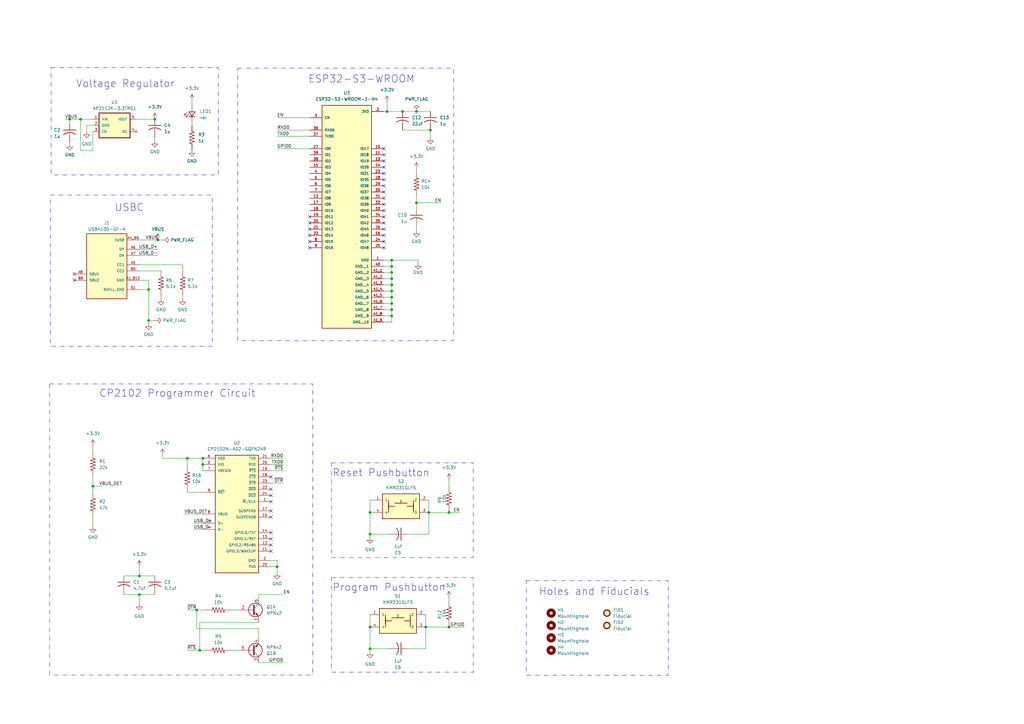
<source format=kicad_sch>
(kicad_sch (version 20230121) (generator eeschema)
  (paper "A3")
  (lib_symbols
    (symbol "#EESD:C"
      (property "Reference" "C" (at -1.27 1.27 0))
      (property "Value" "val" (at -2.54 -2.54 0))
      (symbol "C_1_0"
        (arc (start 0 -1.0161) (mid -1.302 -1.2303) (end -2.4668 -1.8504) (stroke (width 0.254)))
        (polyline (pts (xy -2.54 0) (xy 2.54 0)) (stroke (width 0.254)))
        (polyline (pts (xy 0 -1.016) (xy 0 -2.54)) (stroke (width 0.1524)))
        (arc (start 2.4892 -1.8541) (mid 1.3158 -1.2194) (end 0 -1) (stroke (width 0.254)))
        (pin passive line (at 0 2.54 270) (length 2.54) (name "1") (number "1"))
        (pin passive line (at 0 -5.08 90) (length 2.54) (name "2") (number "2"))
      )
    )
    (symbol "#EESD:CP2102N-A02-GQFN24R" (pin_names (offset 1.016))
      (property "Reference" "U" (at -0.635 23.8506 0))
      (property "Value" "CP2102N-A02-GQFN24R" (at -17.78 -27.94 0))
      (symbol "CP2102N-A02-GQFN24R_0_0"
        (pin bidirectional line (at 22.86 3.81 180) (length 5.08) (name "~{RI}/CLK") (number "1"))
        (pin bidirectional line (at 22.86 -16.51 180) (length 5.08) (name "GPIO.3/WAKEUP") (number "11"))
        (pin bidirectional line (at 22.86 -13.97 180) (length 5.08) (name "GPIO.2/RS485") (number "12"))
        (pin bidirectional line (at 22.86 -11.43 180) (length 5.08) (name "GPIO.1/RXT") (number "13"))
        (pin bidirectional line (at 22.86 -8.89 180) (length 5.08) (name "GPIO.0/TXT") (number "14"))
        (pin output line (at 22.86 -2.54 180) (length 5.08) (name "SUSPENDB") (number "15"))
        (pin output line (at 22.86 0 180) (length 5.08) (name "SUSPEND") (number "17"))
        (pin input line (at 22.86 13.97 180) (length 5.08) (name "~{CTS}") (number "18"))
        (pin output line (at 22.86 16.51 180) (length 5.08) (name "~{RTS}") (number "19"))
        (pin power_in line (at 22.86 -20.32 180) (length 5.08) (name "GND") (number "2"))
        (pin input line (at 22.86 19.05 180) (length 5.08) (name "RXD") (number "20"))
        (pin output line (at 22.86 21.59 180) (length 5.08) (name "TXD") (number "21"))
        (pin input line (at 22.86 8.89 180) (length 5.08) (name "~{DSR}") (number "22"))
        (pin output line (at 22.86 11.43 180) (length 5.08) (name "~{DTR}") (number "23"))
        (pin input line (at 22.86 6.35 180) (length 5.08) (name "~{DCD}") (number "24"))
        (pin bidirectional line (at -5.08 -5.08 0) (length 5.08) (name "D+") (number "3"))
        (pin bidirectional line (at -5.08 -7.62 0) (length 5.08) (name "D-") (number "4"))
        (pin power_in line (at -5.08 19.05 0) (length 5.08) (name "VIO") (number "5"))
        (pin power_in line (at -5.08 21.59 0) (length 5.08) (name "VDD") (number "6"))
        (pin input line (at -5.08 16.51 0) (length 5.08) (name "VREGIN") (number "7"))
        (pin input line (at -5.08 -1.27 0) (length 5.08) (name "VBUS") (number "8"))
        (pin bidirectional line (at -5.08 7.62 0) (length 5.08) (name "~{RST}") (number "9"))
      )
      (symbol "CP2102N-A02-GQFN24R_1_0"
        (rectangle (start 0 22.86) (end 17.78 -25.4) (stroke (width 0.254)) (fill (type background)))
      )
      (symbol "CP2102N-A02-GQFN24R_1_1"
        (pin passive line (at 22.86 -22.86 180) (length 5.08) (name "PAD") (number "25"))
      )
    )
    (symbol "#EESD:MBT3904" (pin_names hide)
      (property "Reference" "Q" (at -2.54 5.08 0))
      (property "Value" "NPNx2" (at -5.08 -2.54 0))
      (symbol "MBT3904_0_1"
        (polyline (pts (xy -0.635 0) (xy -3.81 0)))
        (polyline (pts (xy -0.635 0.635) (xy 1.27 2.54)))
        (polyline (pts (xy -0.635 -0.635) (xy 1.27 -2.54) (xy 1.27 -2.54)))
        (polyline (pts (xy -0.635 1.905) (xy -0.635 -1.905) (xy -0.635 -1.905)) (stroke (width 0.508)))
        (polyline (pts (xy 0 -1.778) (xy 0.508 -1.27) (xy 1.016 -2.286) (xy 0 -1.778) (xy 0 -1.778)) (fill (type outline)))
        (circle (center 0 0) (radius 2.8194) (stroke (width 0.254)))
      )
      (symbol "MBT3904_1_1"
        (pin passive line (at 1.27 -5.08 90) (length 2.54) (name "E1") (number "1"))
        (pin input line (at -6.35 0 0) (length 2.54) (name "B1") (number "2"))
        (pin passive line (at 1.27 5.08 270) (length 2.54) (name "C1") (number "6"))
      )
      (symbol "MBT3904_2_1"
        (pin passive line (at 1.27 5.08 270) (length 2.54) (name "C2") (number "3"))
        (pin passive line (at 1.27 -5.08 90) (length 2.54) (name "E2") (number "4"))
        (pin passive line (at -6.35 0 0) (length 2.54) (name "B2") (number "5"))
      )
    )
    (symbol "#EESD:R"
      (property "Reference" "R" (at -1.27 2.54 0))
      (property "Value" "val" (at -1.27 -2.54 0))
      (symbol "R_1_0"
        (polyline (pts (xy -2.54 0) (xy -2.159 1.016)) (stroke (width 0.2032)))
        (polyline (pts (xy -2.159 1.016) (xy -1.524 -1.016)) (stroke (width 0.2032)))
        (polyline (pts (xy -1.524 -1.016) (xy -0.889 1.016)) (stroke (width 0.2032)))
        (polyline (pts (xy -0.889 1.016) (xy -0.254 -1.016)) (stroke (width 0.2032)))
        (polyline (pts (xy -0.254 -1.016) (xy 0.381 1.016)) (stroke (width 0.2032)))
        (polyline (pts (xy 0.381 1.016) (xy 1.016 -1.016)) (stroke (width 0.2032)))
        (polyline (pts (xy 1.016 -1.016) (xy 1.651 1.016)) (stroke (width 0.2032)))
        (polyline (pts (xy 1.651 1.016) (xy 2.286 -1.016)) (stroke (width 0.2032)))
        (polyline (pts (xy 2.286 -1.016) (xy 2.54 0)) (stroke (width 0.2032)))
        (pin passive line (at -5.08 0 0) (length 2.54) (name "1") (number "1"))
        (pin passive line (at 5.08 0 180) (length 2.54) (name "2") (number "2"))
      )
    )
    (symbol "EESD:USB4105-GF-A" (pin_names (offset 1.016))
      (property "Reference" "J" (at -21.59 12.7 0))
      (property "Value" "USB4105-GF-A" (at -21.59 -29.21 0))
      (symbol "USB4105-GF-A_0_0"
        (rectangle (start -7.62 11.43) (end 8.89 -15.24) (stroke (width 0.254)) (fill (type background)))
        (pin bidirectional line (at 13.97 -1.27 180) (length 5.08) (name "CC1") (number "A5"))
        (pin bidirectional line (at -12.7 -5.08 0) (length 5.08) (name "SBU1") (number "A8"))
        (pin bidirectional line (at 13.97 -3.81 180) (length 5.08) (name "CC2") (number "B5"))
        (pin bidirectional line (at -12.7 -7.62 0) (length 5.08) (name "SBU2") (number "B8"))
        (pin power_in line (at 13.97 -11.43 180) (length 5.08) (name "SHELL_GND") (number "S1"))
      )
      (symbol "USB4105-GF-A_1_0"
        (pin power_in line (at 13.97 -7.62 180) (length 5.08) (name "GND") (number "A1_B12"))
        (pin power_in line (at 13.97 8.89 180) (length 5.08) (name "VUSB") (number "A4_B9"))
        (pin bidirectional line (at 13.97 5.08 180) (length 5.08) (name "DP") (number "A6"))
        (pin bidirectional line (at 13.97 2.54 180) (length 5.08) (name "DN") (number "A7"))
        (pin power_in line (at 13.97 -7.62 180) (length 5.08) hide (name "GND") (number "B1_A12"))
        (pin power_in line (at 13.97 8.89 180) (length 5.08) hide (name "VUSB") (number "B4_A9"))
        (pin bidirectional line (at 13.97 5.08 180) (length 5.08) hide (name "DP") (number "B6"))
        (pin bidirectional line (at 13.97 2.54 180) (length 5.08) hide (name "DN") (number "B7"))
        (pin power_in line (at 13.97 -11.43 180) (length 5.08) hide (name "SHELL_GND") (number "S2"))
        (pin power_in line (at 13.97 -11.43 180) (length 5.08) hide (name "SHELL_GND") (number "S3"))
        (pin power_in line (at 13.97 -11.43 180) (length 5.08) hide (name "SHELL_GND") (number "S4"))
      )
    )
    (symbol "EESDLib:AP2112K-3.3TRG1" (pin_names (offset 1.016))
      (property "Reference" "U" (at -6.35 5.08 0))
      (property "Value" "AP2112K-3.3TRG1" (at -7.62 -7.62 0))
      (symbol "AP2112K-3.3TRG1_0_0"
        (rectangle (start -6.35 5.08) (end 6.35 -5.08) (stroke (width 0.4064)) (fill (type background)))
      )
      (symbol "AP2112K-3.3TRG1_1_0"
        (pin power_in line (at -8.89 2.54 0) (length 2.54) (name "VIN") (number "1"))
        (pin power_in line (at -8.89 0 0) (length 2.54) (name "GND") (number "2"))
        (pin input line (at -8.89 -2.54 0) (length 2.54) (name "EN") (number "3"))
        (pin power_in line (at 8.89 2.54 180) (length 2.54) (name "VOUT") (number "5"))
      )
      (symbol "AP2112K-3.3TRG1_1_1"
        (pin no_connect line (at 8.89 -2.54 180) (length 2.54) (name "NC") (number "4"))
      )
    )
    (symbol "EESDLib:C"
      (property "Reference" "C" (at -1.27 1.27 0))
      (property "Value" "val" (at -2.54 -2.54 0))
      (symbol "C_1_0"
        (arc (start 0 -1.0161) (mid -1.302 -1.2303) (end -2.4668 -1.8504) (stroke (width 0.254)))
        (polyline (pts (xy -2.54 0) (xy 2.54 0)) (stroke (width 0.254)))
        (polyline (pts (xy 0 -1.016) (xy 0 -2.54)) (stroke (width 0.1524)))
        (arc (start 2.4892 -1.8541) (mid 1.3158 -1.2194) (end 0 -1) (stroke (width 0.254)))
        (pin passive line (at 0 2.54 270) (length 2.54) (name "1") (number "1"))
        (pin passive line (at 0 -5.08 90) (length 2.54) (name "2") (number "2"))
      )
    )
    (symbol "EESDLib:KMR231GLFS" (pin_names (offset 1.016))
      (property "Reference" "S" (at -7.62 5.08 0))
      (property "Value" "KMR231GLFS" (at -7.62 -7.62 0))
      (symbol "KMR231GLFS_0_0"
        (rectangle (start -7.62 -5.08) (end 7.62 5.08) (stroke (width 0.254)) (fill (type background)))
        (polyline (pts (xy -5.08 0) (xy -2.54 0)) (stroke (width 0.254)))
        (polyline (pts (xy -5.08 1.27) (xy -5.08 0)) (stroke (width 0.254)))
        (polyline (pts (xy -2.54 1.27) (xy 0 1.27)) (stroke (width 0.254)))
        (polyline (pts (xy 0 1.27) (xy 0 2.54)) (stroke (width 0.254)))
        (polyline (pts (xy 0 1.27) (xy 2.54 1.27)) (stroke (width 0.254)))
        (polyline (pts (xy 5.08 0) (xy 2.54 0)) (stroke (width 0.254)))
        (polyline (pts (xy 5.08 0) (xy 5.08 -1.27)) (stroke (width 0.254)))
        (polyline (pts (xy 5.08 1.27) (xy 5.08 0)) (stroke (width 0.254)))
      )
      (symbol "KMR231GLFS_1_0"
        (polyline (pts (xy -5.08 0) (xy -5.08 -1.27)) (stroke (width 0.254)))
        (pin bidirectional line (at -11.43 2.54 0) (length 3.81) (name "1") (number "1"))
        (pin bidirectional line (at 11.43 2.54 180) (length 3.81) (name "2") (number "2"))
        (pin bidirectional line (at 11.43 -2.54 180) (length 3.81) (name "3") (number "3"))
        (pin bidirectional line (at -11.43 -2.54 0) (length 3.81) (name "4") (number "4"))
      )
      (symbol "KMR231GLFS_1_1"
        (polyline (pts (xy -5.08 2.54) (xy -5.08 -2.54)) (stroke (width 0.254)))
        (polyline (pts (xy 5.08 2.54) (xy 5.08 -2.54)) (stroke (width 0.254)))
      )
    )
    (symbol "EESDLib:LED" (pin_numbers hide) (pin_names (offset 1.016) hide)
      (property "Reference" "LED" (at -3.81 -2.54 0))
      (property "Value" "val" (at -3.81 1.27 0))
      (symbol "LED_0_0"
        (polyline (pts (xy -0.254 -1.27) (xy -0.254 0)) (stroke (width 0.254)))
        (polyline (pts (xy -0.254 0) (xy 1.778 1.27)) (stroke (width 0.254)))
        (polyline (pts (xy 0.762 1.27) (xy -0.127 2.159)) (stroke (width 0.1524)))
        (polyline (pts (xy 1.524 2.032) (xy 0.635 2.921)) (stroke (width 0.1524)))
        (polyline (pts (xy 1.778 -1.27) (xy -0.254 0)) (stroke (width 0.254)))
        (polyline (pts (xy 1.778 -1.27) (xy 1.778 1.27)) (stroke (width 0.254)))
        (polyline (pts (xy 0.254 2.286) (xy -0.508 2.54) (xy -0.254 1.778) (xy 0.254 2.286)) (stroke (width 0.1524)) (fill (type background)))
        (polyline (pts (xy 1.016 3.048) (xy 0.254 3.302) (xy 0.508 2.54) (xy 1.016 3.048)) (stroke (width 0.1524)) (fill (type background)))
      )
      (symbol "LED_1_0"
        (polyline (pts (xy -0.254 0) (xy -0.254 1.27)) (stroke (width 0.254)))
        (pin passive line (at -2.54 0 0) (length 2.54) (name "C") (number "1"))
        (pin passive line (at 5.08 0 180) (length 5.08) (name "A") (number "2"))
      )
    )
    (symbol "EESDLib:R"
      (property "Reference" "R" (at -1.27 2.54 0))
      (property "Value" "val" (at -1.27 -2.54 0))
      (symbol "R_1_0"
        (polyline (pts (xy -2.54 0) (xy -2.159 1.016)) (stroke (width 0.2032)))
        (polyline (pts (xy -2.159 1.016) (xy -1.524 -1.016)) (stroke (width 0.2032)))
        (polyline (pts (xy -1.524 -1.016) (xy -0.889 1.016)) (stroke (width 0.2032)))
        (polyline (pts (xy -0.889 1.016) (xy -0.254 -1.016)) (stroke (width 0.2032)))
        (polyline (pts (xy -0.254 -1.016) (xy 0.381 1.016)) (stroke (width 0.2032)))
        (polyline (pts (xy 0.381 1.016) (xy 1.016 -1.016)) (stroke (width 0.2032)))
        (polyline (pts (xy 1.016 -1.016) (xy 1.651 1.016)) (stroke (width 0.2032)))
        (polyline (pts (xy 1.651 1.016) (xy 2.286 -1.016)) (stroke (width 0.2032)))
        (polyline (pts (xy 2.286 -1.016) (xy 2.54 0)) (stroke (width 0.2032)))
        (pin passive line (at -5.08 0 0) (length 2.54) (name "1") (number "1"))
        (pin passive line (at 5.08 0 180) (length 2.54) (name "2") (number "2"))
      )
    )
    (symbol "ESP32-S3-WROOM-1-N4:ESP32-S3-WROOM-1-N4" (pin_names (offset 1.016))
      (property "Reference" "U" (at -10.16 34.1122 0))
      (property "Value" "ESP32-S3-WROOM-1-N4" (at -10.16 -60.96 0))
      (symbol "ESP32-S3-WROOM-1-N4_0_0"
        (rectangle (start -10.16 -58.42) (end 10.16 33.02) (stroke (width 0.254)) (fill (type background)))
        (pin power_in line (at 15.24 -30.48 180) (length 5.08) (name "GND") (number "1"))
        (pin bidirectional line (at 15.24 15.24 180) (length 5.08) (name "IO17") (number "10"))
        (pin bidirectional line (at 15.24 12.7 180) (length 5.08) (name "IO18") (number "11"))
        (pin bidirectional line (at -15.24 -5.08 0) (length 5.08) (name "IO8") (number "12"))
        (pin bidirectional line (at 15.24 10.16 180) (length 5.08) (name "IO19") (number "13"))
        (pin bidirectional line (at 15.24 7.62 180) (length 5.08) (name "IO20") (number "14"))
        (pin bidirectional line (at -15.24 7.62 0) (length 5.08) (name "IO3") (number "15"))
        (pin bidirectional line (at 15.24 -20.32 180) (length 5.08) (name "IO46") (number "16"))
        (pin bidirectional line (at -15.24 -7.62 0) (length 5.08) (name "IO9") (number "17"))
        (pin bidirectional line (at -15.24 -10.16 0) (length 5.08) (name "IO10") (number "18"))
        (pin bidirectional line (at -15.24 -12.7 0) (length 5.08) (name "IO11") (number "19"))
        (pin power_in line (at 15.24 30.48 180) (length 5.08) (name "3V3") (number "2"))
        (pin bidirectional line (at -15.24 -15.24 0) (length 5.08) (name "IO12") (number "20"))
        (pin bidirectional line (at -15.24 -17.78 0) (length 5.08) (name "IO13") (number "21"))
        (pin bidirectional line (at -15.24 -20.32 0) (length 5.08) (name "IO14") (number "22"))
        (pin bidirectional line (at 15.24 5.08 180) (length 5.08) (name "IO21") (number "23"))
        (pin bidirectional line (at 15.24 -22.86 180) (length 5.08) (name "IO47") (number "24"))
        (pin bidirectional line (at 15.24 -25.4 180) (length 5.08) (name "IO48") (number "25"))
        (pin bidirectional line (at 15.24 -17.78 180) (length 5.08) (name "IO45") (number "26"))
        (pin bidirectional line (at -15.24 15.24 0) (length 5.08) (name "IO0") (number "27"))
        (pin bidirectional line (at 15.24 2.54 180) (length 5.08) (name "IO35") (number "28"))
        (pin bidirectional line (at 15.24 0 180) (length 5.08) (name "IO36") (number "29"))
        (pin input line (at -15.24 27.94 0) (length 5.08) (name "EN") (number "3"))
        (pin bidirectional line (at 15.24 -2.54 180) (length 5.08) (name "IO37") (number "30"))
        (pin bidirectional line (at 15.24 -5.08 180) (length 5.08) (name "IO38") (number "31"))
        (pin bidirectional line (at 15.24 -7.62 180) (length 5.08) (name "IO39") (number "32"))
        (pin bidirectional line (at 15.24 -10.16 180) (length 5.08) (name "IO40") (number "33"))
        (pin bidirectional line (at 15.24 -12.7 180) (length 5.08) (name "IO41") (number "34"))
        (pin bidirectional line (at 15.24 -15.24 180) (length 5.08) (name "IO42") (number "35"))
        (pin bidirectional line (at -15.24 22.86 0) (length 5.08) (name "RXD0") (number "36"))
        (pin bidirectional line (at -15.24 20.32 0) (length 5.08) (name "TXD0") (number "37"))
        (pin bidirectional line (at -15.24 10.16 0) (length 5.08) (name "IO2") (number "38"))
        (pin bidirectional line (at -15.24 12.7 0) (length 5.08) (name "IO1") (number "39"))
        (pin bidirectional line (at -15.24 5.08 0) (length 5.08) (name "IO4") (number "4"))
        (pin power_in line (at 15.24 -33.02 180) (length 5.08) (name "GND__1") (number "40"))
        (pin power_in line (at 15.24 -35.56 180) (length 5.08) (name "GND__2") (number "41_1"))
        (pin power_in line (at 15.24 -38.1 180) (length 5.08) (name "GND__3") (number "41_2"))
        (pin power_in line (at 15.24 -40.64 180) (length 5.08) (name "GND__4") (number "41_3"))
        (pin power_in line (at 15.24 -43.18 180) (length 5.08) (name "GND__5") (number "41_4"))
        (pin power_in line (at 15.24 -45.72 180) (length 5.08) (name "GND__6") (number "41_5"))
        (pin power_in line (at 15.24 -48.26 180) (length 5.08) (name "GND__7") (number "41_6"))
        (pin power_in line (at 15.24 -50.8 180) (length 5.08) (name "GND__8") (number "41_7"))
        (pin power_in line (at 15.24 -53.34 180) (length 5.08) (name "GND__9") (number "41_8"))
        (pin power_in line (at 15.24 -55.88 180) (length 5.08) (name "GND__10") (number "41_9"))
        (pin bidirectional line (at -15.24 2.54 0) (length 5.08) (name "IO5") (number "5"))
        (pin bidirectional line (at -15.24 0 0) (length 5.08) (name "IO6") (number "6"))
        (pin bidirectional line (at -15.24 -2.54 0) (length 5.08) (name "IO7") (number "7"))
        (pin bidirectional line (at -15.24 -22.86 0) (length 5.08) (name "IO15") (number "8"))
        (pin bidirectional line (at -15.24 -25.4 0) (length 5.08) (name "IO16") (number "9"))
      )
    )
    (symbol "Mechanical:Fiducial"
      (property "Reference" "FID" (at 0 5.08 0))
      (property "Value" "Fiducial" (at 0 3.175 0))
      (symbol "Fiducial_0_1"
        (circle (center 0 0) (radius 1.27) (stroke (width 0.508)) (fill (type background)))
      )
    )
    (symbol "Mechanical:MountingHole" (pin_names (offset 1.016))
      (property "Reference" "H" (at 0 5.08 0))
      (property "Value" "MountingHole" (at 0 3.175 0))
      (symbol "MountingHole_0_1"
        (circle (center 0 0) (radius 1.27) (stroke (width 1.27)))
      )
    )
    (symbol "power:+3.3V" (power) (pin_names (offset 0))
      (property "Value" "+3.3V" (at 0 3.556 0))
      (symbol "+3.3V_0_1"
        (polyline (pts (xy -0.762 1.27) (xy 0 2.54)))
        (polyline (pts (xy 0 0) (xy 0 2.54)))
        (polyline (pts (xy 0 2.54) (xy 0.762 1.27)))
      )
      (symbol "+3.3V_1_1"
        (pin power_in line (at 0 0 90) (length 0) hide (name "+3.3V") (number "1"))
      )
    )
    (symbol "power:GND" (power) (pin_names (offset 0))
      (property "Value" "GND" (at 0 -3.81 0))
      (symbol "GND_0_1"
        (polyline (pts (xy 0 0) (xy 0 -1.27) (xy 1.27 -1.27) (xy 0 -2.54) (xy -1.27 -1.27) (xy 0 -1.27)))
      )
      (symbol "GND_1_1"
        (pin power_in line (at 0 0 270) (length 0) hide (name "GND") (number "1"))
      )
    )
    (symbol "power:PWR_FLAG" (power) (pin_numbers hide) (pin_names (offset 0) hide)
      (property "Value" "PWR_FLAG" (at 0 3.81 0))
      (symbol "PWR_FLAG_0_0"
        (pin power_out line (at 0 0 90) (length 0) (name "pwr") (number "1"))
      )
      (symbol "PWR_FLAG_0_1"
        (polyline (pts (xy 0 0) (xy 0 1.27) (xy -1.016 1.905) (xy 0 2.54) (xy 1.016 1.905) (xy 0 1.27)))
      )
    )
    (symbol "power:VBUS" (power) (pin_names (offset 0))
      (property "Value" "VBUS" (at 0 3.81 0))
      (symbol "VBUS_0_1"
        (polyline (pts (xy -0.762 1.27) (xy 0 2.54)))
        (polyline (pts (xy 0 0) (xy 0 2.54)))
        (polyline (pts (xy 0 2.54) (xy 0.762 1.27)))
      )
      (symbol "VBUS_1_1"
        (pin power_in line (at 0 0 90) (length 0) hide (name "VBUS") (number "1"))
      )
    )
  )
  (junction (at 151.765 266.065))
  (junction (at 174.625 257.175))
  (junction (at 57.15 243.84))
  (junction (at 160.655 124.46))
  (junction (at 165.1 45.72))
  (junction (at 160.655 127))
  (junction (at 80.645 250.19))
  (junction (at 81.915 266.7))
  (junction (at 60.96 131.445))
  (junction (at 184.15 210.185))
  (junction (at 83.185 187.96))
  (junction (at 33.02 48.895))
  (junction (at 76.835 187.96))
  (junction (at 63.5 48.895))
  (junction (at 151.765 257.175))
  (junction (at 160.655 129.54))
  (junction (at 160.655 119.38))
  (junction (at 151.765 210.185))
  (junction (at 175.895 210.185))
  (junction (at 113.665 232.41))
  (junction (at 158.75 45.72))
  (junction (at 160.655 116.84))
  (junction (at 83.185 190.5))
  (junction (at 160.655 121.92))
  (junction (at 160.655 109.22))
  (junction (at 170.815 45.72))
  (junction (at 160.655 111.76))
  (junction (at 176.53 53.34))
  (junction (at 160.655 106.68))
  (junction (at 38.1 199.39))
  (junction (at 64.77 98.425))
  (junction (at 57.15 236.22))
  (junction (at 60.96 118.745))
  (junction (at 170.815 83.185))
  (junction (at 184.15 257.175))
  (junction (at 160.655 114.3))
  (junction (at 151.765 219.075))
  (junction (at 28.575 48.895))
  (no_connect (at 157.48 86.36))
  (no_connect (at 157.48 81.28))
  (no_connect (at 127 88.9))
  (no_connect (at 157.48 76.2))
  (no_connect (at 157.48 68.58))
  (no_connect (at 111.125 212.09))
  (no_connect (at 157.48 66.04))
  (no_connect (at 111.125 195.58))
  (no_connect (at 157.48 101.6))
  (no_connect (at 111.125 203.2))
  (no_connect (at 127 99.06))
  (no_connect (at 127 93.98))
  (no_connect (at 127 96.52))
  (no_connect (at 157.48 88.9))
  (no_connect (at 111.125 209.55))
  (no_connect (at 157.48 96.52))
  (no_connect (at 157.48 93.98))
  (no_connect (at 127 91.44))
  (no_connect (at 111.125 218.44))
  (no_connect (at 157.48 91.44))
  (no_connect (at 111.125 226.06))
  (no_connect (at 111.125 220.98))
  (no_connect (at 157.48 78.74))
  (no_connect (at 111.125 200.66))
  (no_connect (at 157.48 60.96))
  (no_connect (at 127 101.6))
  (no_connect (at 157.48 83.82))
  (no_connect (at 111.125 205.74))
  (no_connect (at 157.48 71.12))
  (no_connect (at 30.48 112.395))
  (no_connect (at 30.48 114.935))
  (no_connect (at 111.125 223.52))
  (no_connect (at 157.48 63.5))
  (no_connect (at 157.48 73.66))
  (no_connect (at 157.48 99.06))
  (wire (pts (xy 57.15 104.775) (xy 64.77 104.775)))
  (wire (pts (xy 174.625 252.095) (xy 174.625 257.175)))
  (wire (pts (xy 79.375 217.17) (xy 83.185 217.17)))
  (wire (pts (xy 28.575 48.895) (xy 33.02 48.895)))
  (wire (pts (xy 175.895 205.105) (xy 175.895 210.185)))
  (wire (pts (xy 113.665 60.96) (xy 127 60.96)))
  (wire (pts (xy 63.5 56.515) (xy 63.5 57.785)))
  (wire (pts (xy 78.74 50.165) (xy 78.74 51.435)))
  (wire (pts (xy 113.665 53.34) (xy 127 53.34)))
  (wire (pts (xy 60.96 131.445) (xy 60.96 132.715)))
  (wire (pts (xy 75.565 210.82) (xy 83.185 210.82)))
  (wire (pts (xy 81.915 255.27) (xy 81.915 266.7)))
  (wire (pts (xy 111.125 187.96) (xy 116.205 187.96)))
  (wire (pts (xy 66.675 98.425) (xy 64.77 98.425)))
  (wire (pts (xy 38.1 182.88) (xy 38.1 185.42)))
  (wire (pts (xy 76.835 201.295) (xy 76.835 201.93)))
  (wire (pts (xy 175.895 219.075) (xy 167.005 219.075)))
  (wire (pts (xy 157.48 106.68) (xy 160.655 106.68)))
  (wire (pts (xy 157.48 116.84) (xy 160.655 116.84)))
  (wire (pts (xy 80.645 257.81) (xy 106.045 257.81)))
  (wire (pts (xy 57.15 114.935) (xy 60.96 114.935)))
  (wire (pts (xy 66.675 187.96) (xy 76.835 187.96)))
  (wire (pts (xy 170.815 83.185) (xy 170.815 85.725)))
  (wire (pts (xy 160.655 111.76) (xy 160.655 114.3)))
  (wire (pts (xy 38.1 195.58) (xy 38.1 199.39)))
  (wire (pts (xy 57.15 102.235) (xy 64.77 102.235)))
  (wire (pts (xy 60.96 114.935) (xy 60.96 118.745)))
  (wire (pts (xy 160.655 109.22) (xy 160.655 111.76)))
  (wire (pts (xy 151.765 219.075) (xy 151.765 210.185)))
  (wire (pts (xy 184.15 245.11) (xy 184.15 246.38)))
  (wire (pts (xy 159.385 219.075) (xy 151.765 219.075)))
  (wire (pts (xy 158.75 45.72) (xy 165.1 45.72)))
  (wire (pts (xy 28.575 58.42) (xy 28.575 59.055)))
  (wire (pts (xy 157.48 127) (xy 160.655 127)))
  (wire (pts (xy 50.8 236.22) (xy 57.15 236.22)))
  (wire (pts (xy 160.655 124.46) (xy 160.655 127)))
  (wire (pts (xy 157.48 45.72) (xy 158.75 45.72)))
  (wire (pts (xy 160.655 119.38) (xy 160.655 121.92)))
  (wire (pts (xy 170.815 45.72) (xy 176.53 45.72)))
  (wire (pts (xy 113.665 232.41) (xy 113.665 234.95)))
  (wire (pts (xy 33.02 48.895) (xy 38.1 48.895)))
  (wire (pts (xy 176.53 56.515) (xy 176.53 53.34)))
  (wire (pts (xy 76.835 250.19) (xy 80.645 250.19)))
  (wire (pts (xy 74.93 108.585) (xy 74.93 111.125)))
  (wire (pts (xy 153.035 205.105) (xy 151.765 205.105)))
  (wire (pts (xy 57.15 243.84) (xy 57.15 247.65)))
  (wire (pts (xy 50.8 243.84) (xy 57.15 243.84)))
  (wire (pts (xy 57.15 236.22) (xy 63.5 236.22)))
  (wire (pts (xy 57.15 98.425) (xy 64.77 98.425)))
  (wire (pts (xy 151.765 252.095) (xy 151.765 257.175)))
  (wire (pts (xy 38.1 53.975) (xy 38.1 61.595)))
  (wire (pts (xy 76.835 187.96) (xy 83.185 187.96)))
  (wire (pts (xy 170.815 69.215) (xy 170.815 70.485)))
  (wire (pts (xy 28.575 50.8) (xy 28.575 48.895)))
  (wire (pts (xy 60.96 118.745) (xy 60.96 131.445)))
  (wire (pts (xy 165.1 53.34) (xy 176.53 53.34)))
  (wire (pts (xy 151.765 205.105) (xy 151.765 210.185)))
  (wire (pts (xy 94.615 250.19) (xy 98.425 250.19)))
  (wire (pts (xy 157.48 111.76) (xy 160.655 111.76)))
  (wire (pts (xy 80.645 250.19) (xy 80.645 257.81)))
  (wire (pts (xy 111.125 190.5) (xy 116.205 190.5)))
  (wire (pts (xy 76.835 187.96) (xy 76.835 191.135)))
  (wire (pts (xy 106.045 255.27) (xy 81.915 255.27)))
  (wire (pts (xy 157.48 124.46) (xy 160.655 124.46)))
  (wire (pts (xy 106.045 271.78) (xy 116.205 271.78)))
  (wire (pts (xy 35.56 51.435) (xy 35.56 53.975)))
  (wire (pts (xy 80.645 250.19) (xy 84.455 250.19)))
  (wire (pts (xy 171.45 107.95) (xy 171.45 106.68)))
  (wire (pts (xy 184.15 209.55) (xy 184.15 210.185)))
  (wire (pts (xy 160.655 106.68) (xy 160.655 109.22)))
  (wire (pts (xy 184.15 257.175) (xy 190.5 257.175)))
  (wire (pts (xy 175.895 210.185) (xy 184.15 210.185)))
  (wire (pts (xy 153.035 210.185) (xy 151.765 210.185)))
  (wire (pts (xy 111.125 229.87) (xy 113.665 229.87)))
  (wire (pts (xy 174.625 266.065) (xy 167.005 266.065)))
  (wire (pts (xy 184.15 257.175) (xy 184.15 256.54)))
  (wire (pts (xy 170.815 93.345) (xy 170.815 94.615)))
  (wire (pts (xy 38.1 51.435) (xy 35.56 51.435)))
  (wire (pts (xy 57.15 118.745) (xy 60.96 118.745)))
  (wire (pts (xy 174.625 257.175) (xy 184.15 257.175)))
  (wire (pts (xy 38.1 199.39) (xy 38.1 201.93)))
  (wire (pts (xy 94.615 266.7) (xy 98.425 266.7)))
  (wire (pts (xy 157.48 132.08) (xy 160.655 132.08)))
  (wire (pts (xy 170.815 80.645) (xy 170.815 83.185)))
  (wire (pts (xy 160.655 129.54) (xy 160.655 132.08)))
  (wire (pts (xy 66.675 186.69) (xy 66.675 187.96)))
  (wire (pts (xy 157.48 129.54) (xy 160.655 129.54)))
  (wire (pts (xy 81.915 266.7) (xy 84.455 266.7)))
  (wire (pts (xy 113.665 232.41) (xy 111.125 232.41)))
  (wire (pts (xy 106.045 243.84) (xy 116.205 243.84)))
  (wire (pts (xy 151.765 266.065) (xy 151.765 257.175)))
  (wire (pts (xy 158.75 45.72) (xy 158.75 41.91)))
  (wire (pts (xy 170.815 83.185) (xy 180.975 83.185)))
  (wire (pts (xy 83.185 190.5) (xy 83.185 193.04)))
  (wire (pts (xy 160.655 121.92) (xy 160.655 124.46)))
  (wire (pts (xy 106.045 257.81) (xy 106.045 261.62)))
  (wire (pts (xy 38.1 199.39) (xy 41.91 199.39)))
  (wire (pts (xy 111.125 193.04) (xy 116.205 193.04)))
  (wire (pts (xy 78.74 41.275) (xy 78.74 42.545)))
  (wire (pts (xy 57.15 111.125) (xy 66.04 111.125)))
  (wire (pts (xy 160.655 114.3) (xy 160.655 116.84)))
  (wire (pts (xy 57.15 232.41) (xy 57.15 236.22)))
  (wire (pts (xy 26.67 48.895) (xy 28.575 48.895)))
  (wire (pts (xy 76.835 266.7) (xy 81.915 266.7)))
  (wire (pts (xy 83.185 187.96) (xy 83.185 190.5)))
  (wire (pts (xy 151.765 219.075) (xy 151.765 220.345)))
  (wire (pts (xy 157.48 121.92) (xy 160.655 121.92)))
  (wire (pts (xy 57.15 108.585) (xy 74.93 108.585)))
  (wire (pts (xy 113.665 229.87) (xy 113.665 232.41)))
  (wire (pts (xy 157.48 109.22) (xy 160.655 109.22)))
  (wire (pts (xy 151.765 266.065) (xy 151.765 267.335)))
  (wire (pts (xy 57.15 243.84) (xy 63.5 243.84)))
  (wire (pts (xy 38.1 212.09) (xy 38.1 215.9)))
  (wire (pts (xy 160.655 116.84) (xy 160.655 119.38)))
  (wire (pts (xy 38.1 61.595) (xy 33.02 61.595)))
  (wire (pts (xy 157.48 114.3) (xy 160.655 114.3)))
  (wire (pts (xy 184.15 196.85) (xy 184.15 199.39)))
  (wire (pts (xy 113.665 48.26) (xy 127 48.26)))
  (wire (pts (xy 106.045 245.11) (xy 106.045 243.84)))
  (wire (pts (xy 111.125 198.12) (xy 116.205 198.12)))
  (wire (pts (xy 76.835 201.93) (xy 83.185 201.93)))
  (wire (pts (xy 174.625 257.175) (xy 174.625 266.065)))
  (wire (pts (xy 171.45 106.68) (xy 160.655 106.68)))
  (wire (pts (xy 74.93 121.285) (xy 74.93 122.555)))
  (wire (pts (xy 60.96 131.445) (xy 63.5 131.445)))
  (wire (pts (xy 159.385 266.065) (xy 151.765 266.065)))
  (wire (pts (xy 175.895 210.185) (xy 175.895 219.075)))
  (wire (pts (xy 66.04 121.285) (xy 66.04 122.555)))
  (wire (pts (xy 160.655 127) (xy 160.655 129.54)))
  (wire (pts (xy 33.02 61.595) (xy 33.02 48.895)))
  (wire (pts (xy 184.15 210.185) (xy 188.595 210.185)))
  (wire (pts (xy 157.48 119.38) (xy 160.655 119.38)))
  (wire (pts (xy 79.375 214.63) (xy 83.185 214.63)))
  (wire (pts (xy 55.88 48.895) (xy 63.5 48.895)))
  (wire (pts (xy 113.665 55.88) (xy 127 55.88)))
  (wire (pts (xy 165.1 45.72) (xy 170.815 45.72)))
  (rectangle (start 135.9662 189.865) (end 194.1322 228.6762) (stroke (width 0) (type dash_dot_dot)))
  (rectangle (start 135.9662 236.855) (end 194.1322 275.6662) (stroke (width 0) (type dash_dot_dot)))
  (rectangle (start 20.955 27.7114) (end 89.535 71.755) (stroke (width 0) (type dash_dot_dot)))
  (rectangle (start 97.536 27.94) (end 186.055 139.7) (stroke (width 0) (type dash_dot_dot)))
  (rectangle (start 20.32 157.48) (end 128.27 276.86) (stroke (width 0) (type dash_dot_dot)))
  (rectangle (start 20.6502 79.9846) (end 87.0458 142.0114) (stroke (width 0) (type dash_dot_dot)))
  (rectangle (start 215.9 238.125) (end 274.066 276.9362) (stroke (width 0) (type dash_dot_dot)))
  (text "Holes and Fiducials" (at 220.98 244.475 0) (effects (font (size 3 3)) (justify left bottom)))
  (text "Reset Pushbutton\n" (at 136.3218 195.8086 0) (effects (font (size 3 3)) (justify left bottom)))
  (text "Program Pushbutton\n" (at 136.3218 242.7986 0) (effects (font (size 3 3)) (justify left bottom)))
  (text "CP2102 Programmer Circuit" (at 40.64 163.195 0) (effects (font (size 3 3)) (justify left bottom)))
  (text "USBC" (at 46.99 86.995 0) (effects (font (size 3 3)) (justify left bottom)))
  (text "Voltage Regulator" (at 31.115 36.195 0) (effects (font (size 3 3)) (justify left bottom)))
  (text "ESP32-S3-WROOM" (at 126.365 34.29 0) (effects (font (size 3 3)) (justify left bottom)))
  (label "~{RTS}" (at 76.835 266.7 0))
  (label "VBUS" (at 26.67 48.895 0))
  (label "EN" (at 188.595 210.185 180))
  (label "USB_D-" (at 79.375 217.17 0))
  (label "EN" (at 116.205 243.84 0))
  (label "USB_D+" (at 64.77 102.235 180))
  (label "~{RTS}" (at 116.205 193.04 180))
  (label "GPIO0" (at 113.665 60.96 0))
  (label "~{DTR}" (at 116.205 198.12 180))
  (label "GPIO0" (at 116.205 271.78 180))
  (label "TXD0" (at 116.205 190.5 180))
  (label "RXD0" (at 113.665 53.34 0))
  (label "USB_D+" (at 79.375 214.63 0))
  (label "EN" (at 180.975 83.185 180))
  (label "TXD0" (at 113.665 55.88 0))
  (label "EN" (at 113.665 48.26 0))
  (label "VBUS_DET" (at 75.565 210.82 0))
  (label "VBUS_DET" (at 40.64 199.39 0))
  (label "RXD0" (at 116.205 187.96 180))
  (label "VBUS" (at 64.77 98.425 180))
  (label "USB_D-" (at 64.77 104.775 180))
  (label "GPIO0" (at 190.5 257.175 180))
  (label "~{DTR}" (at 76.835 250.19 0))
  (symbol (lib_id "Mechanical:MountingHole") (at 226.06 251.46 0) (unit 1)
    (property "Reference" "H1" (at 228.6 250.19 0) (effects (justify left)))
    (property "Value" "MountingHole" (at 228.6 252.73 0) (effects (justify left)))
    (property "Footprint" "EESD:mounting_hole" (effects hide))
  )
  (symbol (lib_id "#EESD:R") (at 76.835 196.215 90) (unit 1)
    (property "Reference" "R16" (at 78.74 194.945 90) (effects (justify right)))
    (property "Value" "10k" (at 78.74 197.485 90) (effects (justify right)))
    (property "Footprint" "EESD:R0603" (effects hide))
  )
  (symbol (lib_id "power:GND") (at 170.815 94.615 0) (unit 1)
    (property "Reference" "#PWR031" (effects hide))
    (property "Value" "GND" (at 170.815 99.06 0))
  )
  (symbol (lib_id "EESDLib:C") (at 28.575 53.34 0) (mirror y) (unit 1)
    (property "Reference" "C2" (at 24.765 53.3146 0) (effects (justify left)))
    (property "Value" "1u" (at 24.765 55.8546 0) (effects (justify left)))
    (property "Footprint" "EESDLib:C0603" (effects hide))
  )
  (symbol (lib_id "#EESD:C") (at 164.465 266.065 270) (mirror x) (unit 1)
    (property "Reference" "C6" (at 163.2204 273.685 90))
    (property "Value" "1uf" (at 163.2204 271.145 90))
    (property "Footprint" "EESD:C0603" (effects hide))
  )
  (symbol (lib_id "power:+3.3V") (at 170.815 69.215 0) (unit 1)
    (property "Reference" "#PWR018" (effects hide))
    (property "Value" "+3.3V" (at 170.815 64.135 0))
  )
  (symbol (lib_id "power:+3.3V") (at 158.75 41.91 0) (unit 1)
    (property "Reference" "#PWR019" (effects hide))
    (property "Value" "+3.3V" (at 158.75 36.83 0))
  )
  (symbol (lib_id "Mechanical:MountingHole") (at 226.06 266.7 0) (unit 1)
    (property "Reference" "H4" (at 228.6 265.43 0) (effects (justify left)))
    (property "Value" "MountingHole" (at 228.6 267.97 0) (effects (justify left)))
    (property "Footprint" "EESD:mounting_hole" (effects hide))
  )
  (symbol (lib_id "EESDLib:C") (at 170.815 88.265 0) (mirror y) (unit 1)
    (property "Reference" "C10" (at 167.005 88.2396 0) (effects (justify left)))
    (property "Value" "1u" (at 167.005 90.7796 0) (effects (justify left)))
    (property "Footprint" "EESD:C0603" (effects hide))
  )
  (symbol (lib_id "power:GND") (at 28.575 59.055 0) (unit 1)
    (property "Reference" "#PWR01" (effects hide))
    (property "Value" "GND" (at 28.575 63.5 0))
  )
  (symbol (lib_id "power:GND") (at 176.53 56.515 0) (unit 1)
    (property "Reference" "#PWR042" (effects hide))
    (property "Value" "GND" (at 176.53 60.96 0))
  )
  (symbol (lib_id "power:GND") (at 38.1 215.9 0) (unit 1)
    (property "Reference" "#PWR03" (effects hide))
    (property "Value" "GND" (at 38.1 220.345 0))
  )
  (symbol (lib_id "EESDLib:R") (at 184.15 204.47 270) (unit 1)
    (property "Reference" "R9" (at 180.34 205.105 0))
    (property "Value" "10k" (at 182.245 204.47 0))
    (property "Footprint" "EESD:R0603" (effects hide))
  )
  (symbol (lib_id "Mechanical:MountingHole") (at 226.06 261.62 0) (unit 1)
    (property "Reference" "H3" (at 228.6 260.35 0) (effects (justify left)))
    (property "Value" "MountingHole" (at 228.6 262.89 0) (effects (justify left)))
    (property "Footprint" "EESD:mounting_hole" (effects hide))
  )
  (symbol (lib_id "ESP32-S3-WROOM-1-N4:ESP32-S3-WROOM-1-N4") (at 142.24 76.2 0) (unit 1)
    (property "Reference" "U3" (at 142.24 38.1 0))
    (property "Value" "ESP32-S3-WROOM-1-N4" (at 142.24 40.64 0))
    (property "Footprint" "ESP32-S3-WROOM-1-N4:XCVR_ESP32-S3-WROOM-1-N4" (effects hide))
    (property "PARTREV" "v1.0" (effects hide))
    (property "MANUFACTURER" "Espressif" (effects hide))
    (property "MAXIMUM_PACKAGE_HEIGHT" "3.25mm" (effects hide))
    (property "STANDARD" "Manufacturer Recommendations" (effects hide))
  )
  (symbol (lib_id "EESDLib:R") (at 74.93 116.205 90) (unit 1)
    (property "Reference" "R7" (at 76.835 114.935 90) (effects (justify right)))
    (property "Value" "5.1k" (at 76.835 117.475 90) (effects (justify right)))
    (property "Footprint" "EESD:R0603" (effects hide))
  )
  (symbol (lib_id "power:GND") (at 66.04 122.555 0) (unit 1)
    (property "Reference" "#PWR012" (effects hide))
    (property "Value" "GND" (at 66.04 127 0))
  )
  (symbol (lib_id "#EESD:C") (at 50.8 238.76 0) (unit 1)
    (property "Reference" "C1" (at 54.61 238.7346 0) (effects (justify left)))
    (property "Value" "4.7uf" (at 54.61 241.2746 0) (effects (justify left)))
    (property "Footprint" "EESD:C0603" (effects hide))
  )
  (symbol (lib_id "power:+3.3V") (at 38.1 182.88 0) (unit 1)
    (property "Reference" "#PWR02" (effects hide))
    (property "Value" "+3.3V" (at 38.1 177.8 0))
  )
  (symbol (lib_id "#EESD:MBT3904") (at 104.775 250.19 0) (unit 1)
    (property "Reference" "Q1" (at 109.22 248.92 0) (effects (justify left)))
    (property "Value" "NPNx2" (at 109.22 251.46 0) (effects (justify left)))
    (property "Footprint" "EESD:SC70-6" (effects hide))
  )
  (symbol (lib_id "power:GND") (at 171.45 107.95 0) (unit 1)
    (property "Reference" "#PWR023" (effects hide))
    (property "Value" "GND" (at 171.45 111.76 0))
  )
  (symbol (lib_id "#EESD:C") (at 63.5 238.76 0) (unit 1)
    (property "Reference" "C3" (at 67.31 238.7346 0) (effects (justify left)))
    (property "Value" "0.1uf" (at 67.31 241.3 0) (effects (justify left)))
    (property "Footprint" "EESD:C0603" (effects hide))
  )
  (symbol (lib_id "power:GND") (at 57.15 247.65 0) (unit 1)
    (property "Reference" "#PWR05" (effects hide))
    (property "Value" "GND" (at 57.15 252.73 0))
  )
  (symbol (lib_id "#EESD:R") (at 89.535 250.19 0) (unit 1)
    (property "Reference" "R4" (at 89.535 244.475 0))
    (property "Value" "10k" (at 89.535 247.015 0))
    (property "Footprint" "EESD:R0603" (effects hide))
  )
  (symbol (lib_id "#EESD:C") (at 164.465 219.075 270) (mirror x) (unit 1)
    (property "Reference" "C5" (at 163.2204 226.695 90))
    (property "Value" "1uf" (at 163.2204 224.155 90))
    (property "Footprint" "EESD:C0603" (effects hide))
  )
  (symbol (lib_id "EESDLib:R") (at 170.815 75.565 90) (unit 1)
    (property "Reference" "R14" (at 172.72 74.295 90) (effects (justify right)))
    (property "Value" "10k" (at 172.72 76.835 90) (effects (justify right)))
    (property "Footprint" "EESD:R0603" (effects hide))
  )
  (symbol (lib_id "power:+3.3V") (at 63.5 48.895 0) (unit 1)
    (property "Reference" "#PWR08" (effects hide))
    (property "Value" "+3.3V" (at 63.5 43.815 0))
  )
  (symbol (lib_id "power:GND") (at 35.56 53.975 0) (unit 1)
    (property "Reference" "#PWR06" (effects hide))
    (property "Value" "GND" (at 35.56 59.055 0))
  )
  (symbol (lib_id "EESDLib:C") (at 176.53 48.26 0) (unit 1)
    (property "Reference" "C13" (at 180.34 48.2346 0) (effects (justify left)))
    (property "Value" "1u" (at 180.34 50.7746 0) (effects (justify left)))
    (property "Footprint" "EESD:C0603" (effects hide))
  )
  (symbol (lib_id "power:PWR_FLAG") (at 170.815 45.72 0) (unit 1)
    (property "Reference" "#FLG03" (effects hide))
    (property "Value" "PWR_FLAG" (at 170.815 40.64 0))
  )
  (symbol (lib_id "EESDLib:R") (at 78.74 56.515 90) (unit 1)
    (property "Reference" "R3" (at 81.28 55.245 90) (effects (justify right)))
    (property "Value" "1k" (at 81.28 57.785 90) (effects (justify right)))
    (property "Footprint" "EESDLib:R0603" (effects hide))
  )
  (symbol (lib_id "power:+3.3V") (at 184.15 196.85 0) (unit 1)
    (property "Reference" "#PWR020" (effects hide))
    (property "Value" "+3.3V" (at 184.15 191.77 0))
  )
  (symbol (lib_id "EESDLib:KMR231GLFS") (at 163.195 254.635 0) (unit 1)
    (property "Reference" "S1" (at 163.195 244.475 0))
    (property "Value" "KMR231GLFS" (at 163.195 247.015 0))
    (property "Footprint" "EESD:PB4X2" (effects hide))
  )
  (symbol (lib_id "power:+3.3V") (at 184.15 245.11 0) (unit 1)
    (property "Reference" "#PWR026" (effects hide))
    (property "Value" "+3.3V" (at 184.15 240.03 0))
  )
  (symbol (lib_id "power:GND") (at 78.74 61.595 0) (unit 1)
    (property "Reference" "#PWR015" (effects hide))
    (property "Value" "GND" (at 78.74 66.04 0))
  )
  (symbol (lib_id "EESDLib:C") (at 63.5 51.435 0) (unit 1)
    (property "Reference" "C4" (at 67.31 51.4096 0) (effects (justify left)))
    (property "Value" "1u" (at 67.31 53.9496 0) (effects (justify left)))
    (property "Footprint" "EESDLib:C0603" (effects hide))
  )
  (symbol (lib_id "#EESD:R") (at 89.535 266.7 0) (unit 1)
    (property "Reference" "R5" (at 89.535 260.985 0))
    (property "Value" "10k" (at 89.535 263.525 0))
    (property "Footprint" "EESD:R0603" (effects hide))
  )
  (symbol (lib_id "power:+3.3V") (at 66.675 186.69 0) (unit 1)
    (property "Reference" "#PWR07" (effects hide))
    (property "Value" "+3.3V" (at 66.675 181.61 0))
  )
  (symbol (lib_id "power:GND") (at 151.765 220.345 0) (unit 1)
    (property "Reference" "#PWR021" (effects hide))
    (property "Value" "GND" (at 151.765 225.425 0))
  )
  (symbol (lib_id "power:VBUS") (at 64.77 98.425 0) (unit 1)
    (property "Reference" "#PWR036" (effects hide))
    (property "Value" "VBUS" (at 64.77 93.98 0))
  )
  (symbol (lib_id "power:GND") (at 151.765 267.335 0) (unit 1)
    (property "Reference" "#PWR022" (effects hide))
    (property "Value" "GND" (at 151.765 272.415 0))
  )
  (symbol (lib_id "power:GND") (at 60.96 132.715 0) (unit 1)
    (property "Reference" "#PWR010" (effects hide))
    (property "Value" "GND" (at 60.96 137.16 0))
  )
  (symbol (lib_id "power:+3.3V") (at 57.15 232.41 0) (unit 1)
    (property "Reference" "#PWR04" (effects hide))
    (property "Value" "+3.3V" (at 57.15 227.33 0))
  )
  (symbol (lib_id "EESDLib:AP2112K-3.3TRG1") (at 46.99 51.435 0) (unit 1)
    (property "Reference" "U1" (at 46.99 41.91 0))
    (property "Value" "AP2112K-3.3TRG1" (at 46.99 44.45 0))
    (property "Footprint" "EESDLib:SOT25" (effects hide))
    (property "PARTREV" "2-2" (effects hide))
    (property "MANUFACTURER" "Diodes Inc." (effects hide))
  )
  (symbol (lib_id "EESD:USB4105-GF-A") (at 43.18 107.315 0) (unit 1)
    (property "Reference" "J1" (at 43.815 91.44 0))
    (property "Value" "USB4105-GF-A" (at 43.815 93.98 0))
    (property "Footprint" "EESD:GCT4105" (effects hide))
    (property "PARTREV" "A3" (effects hide))
    (property "STANDARD" "Manufacturer Recommendations" (effects hide))
    (property "MAXIMUM_PACKAGE_HEIGHT" "3.31 mm" (effects hide))
    (property "MANUFACTURER" "GCT" (effects hide))
  )
  (symbol (lib_id "#EESD:CP2102N-A02-GQFN24R") (at 88.265 209.55 0) (unit 1)
    (property "Reference" "U2" (at 97.155 181.61 0))
    (property "Value" "CP2102N-A02-GQFN24R" (at 97.155 184.15 0))
    (property "Footprint" "EESD:QFN-24" (effects hide))
  )
  (symbol (lib_id "#EESD:R") (at 38.1 190.5 90) (unit 1)
    (property "Reference" "R1" (at 40.64 189.23 90) (effects (justify right)))
    (property "Value" "22k" (at 40.64 191.77 90) (effects (justify right)))
    (property "Footprint" "EESD:R0603" (effects hide))
  )
  (symbol (lib_id "EESDLib:R") (at 184.15 251.46 270) (unit 1)
    (property "Reference" "R12" (at 180.34 252.095 0))
    (property "Value" "10k" (at 182.245 251.46 0))
    (property "Footprint" "EESD:R0603" (effects hide))
  )
  (symbol (lib_id "#EESD:MBT3904") (at 104.775 266.7 0) (mirror x) (unit 2)
    (property "Reference" "Q1" (at 109.22 267.97 0) (effects (justify left)))
    (property "Value" "NPNx2" (at 109.22 265.43 0) (effects (justify left)))
    (property "Footprint" "EESD:SC70-6" (effects hide))
  )
  (symbol (lib_id "EESDLib:KMR231GLFS") (at 164.465 207.645 0) (unit 1)
    (property "Reference" "S2" (at 164.465 197.485 0))
    (property "Value" "KMR231GLFS" (at 164.465 200.025 0))
    (property "Footprint" "EESD:PB4X2" (effects hide))
  )
  (symbol (lib_id "power:PWR_FLAG") (at 63.5 131.445 270) (unit 1)
    (property "Reference" "#FLG01" (effects hide))
    (property "Value" "PWR_FLAG" (at 66.675 131.445 90) (effects (justify left)))
  )
  (symbol (lib_id "EESDLib:C") (at 165.1 48.26 0) (unit 1)
    (property "Reference" "C12" (at 168.91 48.2346 0) (effects (justify left)))
    (property "Value" "22uf" (at 168.91 50.7746 0) (effects (justify left)))
    (property "Footprint" "EESD:C0603" (effects hide))
  )
  (symbol (lib_id "power:PWR_FLAG") (at 66.675 98.425 270) (unit 1)
    (property "Reference" "#FLG02" (effects hide))
    (property "Value" "PWR_FLAG" (at 69.85 98.425 90) (effects (justify left)))
  )
  (symbol (lib_id "power:GND") (at 63.5 57.785 0) (unit 1)
    (property "Reference" "#PWR09" (effects hide))
    (property "Value" "GND" (at 63.5 62.23 0))
  )
  (symbol (lib_id "Mechanical:Fiducial") (at 248.92 256.54 0) (unit 1)
    (property "Reference" "FID2" (at 251.46 255.27 0) (effects (justify left)))
    (property "Value" "Fiducial" (at 251.46 257.81 0) (effects (justify left)))
    (property "Footprint" "Fiducial:Fiducial_1mm_Mask3mm" (effects hide))
  )
  (symbol (lib_id "power:GND") (at 113.665 234.95 0) (unit 1)
    (property "Reference" "#PWR016" (effects hide))
    (property "Value" "GND" (at 113.665 239.395 0))
  )
  (symbol (lib_id "EESDLib:LED") (at 78.74 47.625 90) (unit 1)
    (property "Reference" "LED1" (at 81.915 45.6946 90) (effects (justify right)))
    (property "Value" "val" (at 81.915 48.2346 90) (effects (justify right)))
    (property "Footprint" "EESDLib:LED_0603" (effects hide))
  )
  (symbol (lib_id "Mechanical:Fiducial") (at 248.92 251.46 0) (unit 1)
    (property "Reference" "FID1" (at 251.46 250.19 0) (effects (justify left)))
    (property "Value" "Fiducial" (at 251.46 252.73 0) (effects (justify left)))
    (property "Footprint" "Fiducial:Fiducial_1mm_Mask3mm" (effects hide))
  )
  (symbol (lib_id "Mechanical:MountingHole") (at 226.06 256.54 0) (unit 1)
    (property "Reference" "H2" (at 228.6 255.27 0) (effects (justify left)))
    (property "Value" "MountingHole" (at 228.6 257.81 0) (effects (justify left)))
    (property "Footprint" "EESD:mounting_hole" (effects hide))
  )
  (symbol (lib_id "EESDLib:R") (at 66.04 116.205 90) (unit 1)
    (property "Reference" "R6" (at 67.945 114.935 90) (effects (justify right)))
    (property "Value" "5.1k" (at 67.945 117.475 90) (effects (justify right)))
    (property "Footprint" "EESD:R0603" (effects hide))
  )
  (symbol (lib_id "power:+3.3V") (at 78.74 41.275 0) (unit 1)
    (property "Reference" "#PWR011" (effects hide))
    (property "Value" "+3.3V" (at 78.74 36.195 0))
  )
  (symbol (lib_id "#EESD:R") (at 38.1 207.01 90) (unit 1)
    (property "Reference" "R2" (at 40.64 205.74 90) (effects (justify right)))
    (property "Value" "47k" (at 40.64 208.28 90) (effects (justify right)))
    (property "Footprint" "EESD:R0603" (effects hide))
  )
  (symbol (lib_id "power:GND") (at 74.93 122.555 0) (unit 1)
    (property "Reference" "#PWR013" (effects hide))
    (property "Value" "GND" (at 74.93 127 0))
  )
)
</source>
